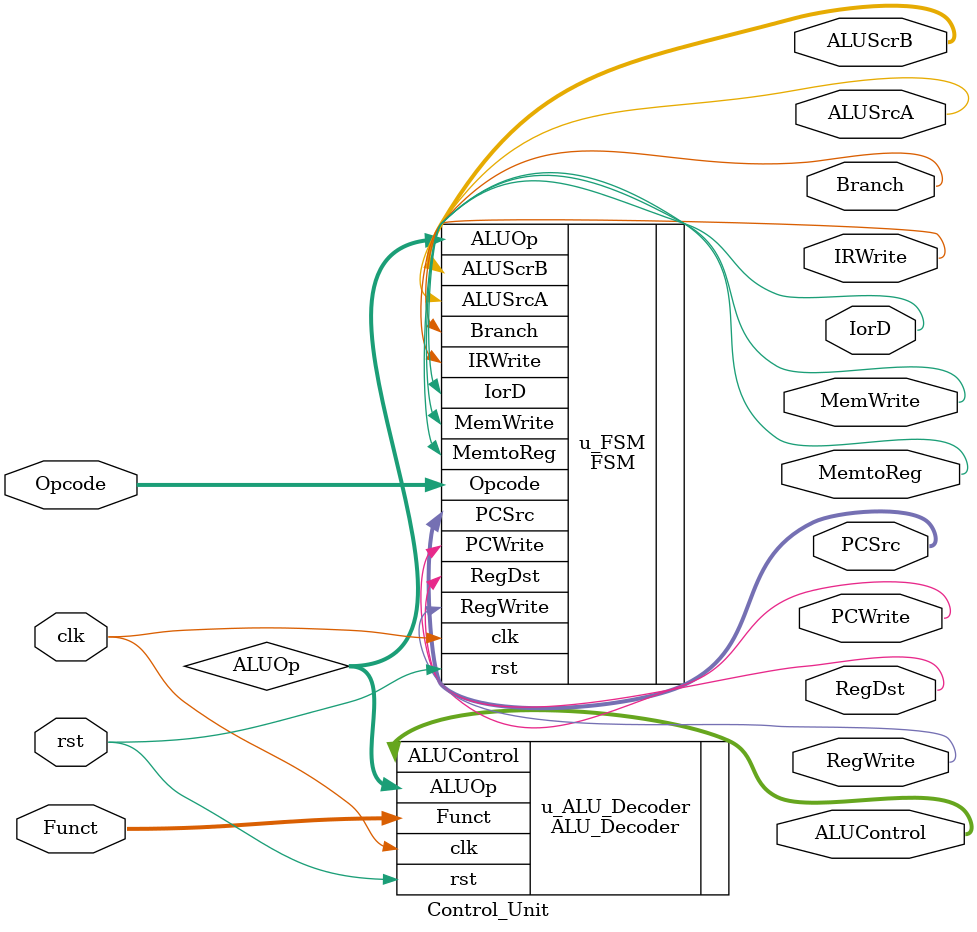
<source format=v>
module Control_Unit #(
   parameter Opcode_Size ='d6 , Rtypr_Funct_Size='d6 ,ScrB_Mux_Selection_Line_Size='d2,ALU_Decoder_Size='d3
) (
    input  wire                                     clk     ,
    input  wire                                     rst     ,
    input  wire [Opcode_Size-1:0]                   Opcode  ,
    input  wire [Rtypr_Funct_Size-1:0]              Funct   ,
    output wire                                      MemtoReg, // Rather the Data to Reg comes from the Memory(lw and sw  instruction) OR the Alu result (R-type Instruction)
    output wire                                      RegDst  , // Rather the Address of the data to wire is inst[20:16] (lw and sw instr) OR inst[15:11] (R-type Instruction) 
    output wire                                      IorD    , // Rather the Address of the Memory is coming from the PC(Instruction) or the ALU result (lw and sw instructions)
    output wire  [1:0]                               PCSrc   , //
    output wire [ScrB_Mux_Selection_Line_Size-1:0]   ALUScrB , // ALU Source B a 4*1 MUX (R-type rt ,'d4 for pc incr,singlmm lw and sw inst and branch inst )
    output wire                                      ALUSrcA , // ALU Source A a 2*1 MUX (R-type rs and PC )
    //*                      Reg Enable                  ///// ////
    output wire                                      IRWrite , // Instruction Reg Enable
    output wire                                      MemWrite, //Memory Write Enable
    output wire                                      PCWrite , // PC Reg Write Enable
    output wire                                      Branch  , // Branch signal to an and with the zero flag
    output wire                                      RegWrite, // Reg file Write Enable 
    output wire [ALU_Decoder_Size-1:0]                ALUControl

);
wire  [1:0] ALUOp;
ALU_Decoder #(
    .Rtypr_Funct_Size (Rtypr_Funct_Size ),
    .ALU_Decoder_Size (ALU_Decoder_Size )
)
u_ALU_Decoder(
    .Funct      (Funct      ),
    .ALUOp      (ALUOp      ),
    .clk        (clk        ),
    .rst        (rst        ),
    .ALUControl (ALUControl )
);

FSM #(
    .Opcode_Size                  (Opcode_Size                  ),
    .Rtypr_Funct_Size             (Rtypr_Funct_Size             ),
    .ScrB_Mux_Selection_Line_Size (ScrB_Mux_Selection_Line_Size ),
    .ALU_Decoder_Size             (ALU_Decoder_Size             )
)
u_FSM(
    .Opcode   (Opcode   ),
    .clk      (clk      ),
    .rst      (rst      ),
    .MemtoReg (MemtoReg ),
    .RegDst   (RegDst   ),
    .IorD     (IorD     ),
    .PCSrc    (PCSrc    ),
    .ALUScrB  (ALUScrB  ),
    .ALUSrcA  (ALUSrcA  ),
    .IRWrite  (IRWrite  ),
    .MemWrite (MemWrite ),
    .PCWrite  (PCWrite  ),
    .Branch   (Branch   ),
    .RegWrite (RegWrite ),
    .ALUOp    (ALUOp    )
);


    
endmodule
</source>
